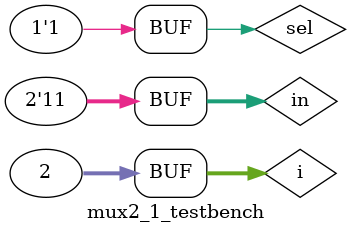
<source format=sv>
`timescale 1ns/10ps
module mux2_1(out, in, sel);
 output logic out;
 input logic [1:0] in;
 input logic sel;
 
 logic or_one, or_two, notSelect;
 
 // (in[1] & sel) | (in[0] & ~sel);
 and #0.05 input1 (or_one, sel, in[1]);
 not #0.05 invert (notSelect, sel);
 and #0.05 input2 (or_two, notSelect, in[0]);
 or #0.05 result (out, or_one, or_two);
 
 // assign out = (in[1] & sel) | (in[0] & ~sel);
endmodule

module mux2_1_testbench();
 logic [1:0] in;
 logic sel, out;

 mux2_1 dut (.out, .in, .sel);

 integer i;
 initial begin
	for (i = 0; i < 2; i++) begin
		sel = i;
		in[i] = 0; #10;
		in[i] = 1; #10;
	end

 end
endmodule

</source>
